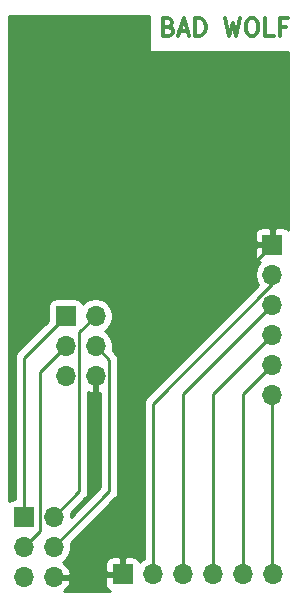
<source format=gbr>
%TF.GenerationSoftware,KiCad,Pcbnew,(5.1.9-16-g1737927814)-1*%
%TF.CreationDate,2021-08-21T22:04:47-05:00*%
%TF.ProjectId,adbuino,61646275-696e-46f2-9e6b-696361645f70,rev?*%
%TF.SameCoordinates,Original*%
%TF.FileFunction,Copper,L1,Top*%
%TF.FilePolarity,Positive*%
%FSLAX46Y46*%
G04 Gerber Fmt 4.6, Leading zero omitted, Abs format (unit mm)*
G04 Created by KiCad (PCBNEW (5.1.9-16-g1737927814)-1) date 2021-08-21 22:04:47*
%MOMM*%
%LPD*%
G01*
G04 APERTURE LIST*
%TA.AperFunction,NonConductor*%
%ADD10C,0.300000*%
%TD*%
%TA.AperFunction,ComponentPad*%
%ADD11O,1.700000X1.700000*%
%TD*%
%TA.AperFunction,ComponentPad*%
%ADD12R,1.700000X1.700000*%
%TD*%
%TA.AperFunction,Conductor*%
%ADD13C,0.250000*%
%TD*%
%TA.AperFunction,Conductor*%
%ADD14C,0.254000*%
%TD*%
%TA.AperFunction,Conductor*%
%ADD15C,0.100000*%
%TD*%
G04 APERTURE END LIST*
D10*
X39192000Y-26562857D02*
X39406285Y-26634285D01*
X39477714Y-26705714D01*
X39549142Y-26848571D01*
X39549142Y-27062857D01*
X39477714Y-27205714D01*
X39406285Y-27277142D01*
X39263428Y-27348571D01*
X38692000Y-27348571D01*
X38692000Y-25848571D01*
X39192000Y-25848571D01*
X39334857Y-25920000D01*
X39406285Y-25991428D01*
X39477714Y-26134285D01*
X39477714Y-26277142D01*
X39406285Y-26420000D01*
X39334857Y-26491428D01*
X39192000Y-26562857D01*
X38692000Y-26562857D01*
X40120571Y-26920000D02*
X40834857Y-26920000D01*
X39977714Y-27348571D02*
X40477714Y-25848571D01*
X40977714Y-27348571D01*
X41477714Y-27348571D02*
X41477714Y-25848571D01*
X41834857Y-25848571D01*
X42049142Y-25920000D01*
X42192000Y-26062857D01*
X42263428Y-26205714D01*
X42334857Y-26491428D01*
X42334857Y-26705714D01*
X42263428Y-26991428D01*
X42192000Y-27134285D01*
X42049142Y-27277142D01*
X41834857Y-27348571D01*
X41477714Y-27348571D01*
X43977714Y-25848571D02*
X44334857Y-27348571D01*
X44620571Y-26277142D01*
X44906285Y-27348571D01*
X45263428Y-25848571D01*
X46120571Y-25848571D02*
X46406285Y-25848571D01*
X46549142Y-25920000D01*
X46692000Y-26062857D01*
X46763428Y-26348571D01*
X46763428Y-26848571D01*
X46692000Y-27134285D01*
X46549142Y-27277142D01*
X46406285Y-27348571D01*
X46120571Y-27348571D01*
X45977714Y-27277142D01*
X45834857Y-27134285D01*
X45763428Y-26848571D01*
X45763428Y-26348571D01*
X45834857Y-26062857D01*
X45977714Y-25920000D01*
X46120571Y-25848571D01*
X48120571Y-27348571D02*
X47406285Y-27348571D01*
X47406285Y-25848571D01*
X49120571Y-26562857D02*
X48620571Y-26562857D01*
X48620571Y-27348571D02*
X48620571Y-25848571D01*
X49334857Y-25848571D01*
D11*
%TO.P,J3,6*%
%TO.N,GND*%
X29464000Y-73152000D03*
%TO.P,J3,5*%
%TO.N,/RESET*%
X26924000Y-73152000D03*
%TO.P,J3,4*%
%TO.N,ATMEGA_SPI_MOSI*%
X29464000Y-70612000D03*
%TO.P,J3,3*%
%TO.N,ATMEGA_SPI_SCLK*%
X26924000Y-70612000D03*
%TO.P,J3,2*%
%TO.N,+3V3*%
X29464000Y-68072000D03*
D12*
%TO.P,J3,1*%
%TO.N,ATMEGA_SPI_MISO*%
X26924000Y-68072000D03*
%TD*%
D11*
%TO.P,J2,6*%
%TO.N,FTDI_DTR*%
X48006000Y-72898000D03*
%TO.P,J2,5*%
%TO.N,FTDI_TXO*%
X45466000Y-72898000D03*
%TO.P,J2,4*%
%TO.N,FTDI_RXI*%
X42926000Y-72898000D03*
%TO.P,J2,3*%
%TO.N,FTDI_PIN_3*%
X40386000Y-72898000D03*
%TO.P,J2,2*%
%TO.N,FTDI_CTS*%
X37846000Y-72898000D03*
D12*
%TO.P,J2,1*%
%TO.N,GND*%
X35306000Y-72898000D03*
%TD*%
D11*
%TO.P,J6,6*%
%TO.N,GND*%
X33020000Y-56134000D03*
%TO.P,J6,5*%
%TO.N,/RESET*%
X30480000Y-56134000D03*
%TO.P,J6,4*%
%TO.N,ATMEGA_SPI_MOSI*%
X33020000Y-53594000D03*
%TO.P,J6,3*%
%TO.N,ATMEGA_SPI_SCLK*%
X30480000Y-53594000D03*
%TO.P,J6,2*%
%TO.N,+3V3*%
X33020000Y-51054000D03*
D12*
%TO.P,J6,1*%
%TO.N,ATMEGA_SPI_MISO*%
X30480000Y-51054000D03*
%TD*%
D11*
%TO.P,J1,6*%
%TO.N,FTDI_DTR*%
X48000000Y-57700000D03*
%TO.P,J1,5*%
%TO.N,FTDI_TXO*%
X48000000Y-55160000D03*
%TO.P,J1,4*%
%TO.N,FTDI_RXI*%
X48000000Y-52620000D03*
%TO.P,J1,3*%
%TO.N,FTDI_PIN_3*%
X48000000Y-50080000D03*
%TO.P,J1,2*%
%TO.N,FTDI_CTS*%
X48000000Y-47540000D03*
D12*
%TO.P,J1,1*%
%TO.N,GND*%
X48000000Y-45000000D03*
%TD*%
D13*
%TO.N,GND*%
X35306000Y-57694000D02*
X48000000Y-45000000D01*
X35306000Y-72898000D02*
X35306000Y-57694000D01*
%TO.N,+3V3*%
X31655001Y-52418999D02*
X33020000Y-51054000D01*
X31655001Y-65880999D02*
X31655001Y-52418999D01*
X29464000Y-68072000D02*
X31655001Y-65880999D01*
%TO.N,FTDI_DTR*%
X48000000Y-72892000D02*
X48006000Y-72898000D01*
X48000000Y-57700000D02*
X48000000Y-72892000D01*
%TO.N,FTDI_TXO*%
X45466000Y-57694000D02*
X48000000Y-55160000D01*
X45466000Y-72898000D02*
X45466000Y-57694000D01*
%TO.N,FTDI_RXI*%
X42926000Y-57694000D02*
X48000000Y-52620000D01*
X42926000Y-72898000D02*
X42926000Y-57694000D01*
%TO.N,ATMEGA_SPI_MOSI*%
X34195001Y-54769001D02*
X33020000Y-53594000D01*
X34195001Y-65880999D02*
X34195001Y-54769001D01*
X29464000Y-70612000D02*
X34195001Y-65880999D01*
%TO.N,ATMEGA_SPI_MISO*%
X26924000Y-54610000D02*
X30480000Y-51054000D01*
X26924000Y-68072000D02*
X26924000Y-54610000D01*
%TO.N,ATMEGA_SPI_SCLK*%
X28288999Y-55785001D02*
X30480000Y-53594000D01*
X28288999Y-69247001D02*
X28288999Y-55785001D01*
X26924000Y-70612000D02*
X28288999Y-69247001D01*
%TO.N,FTDI_PIN_3*%
X40386000Y-57694000D02*
X48000000Y-50080000D01*
X40386000Y-72898000D02*
X40386000Y-57694000D01*
%TO.N,FTDI_CTS*%
X48000000Y-48340998D02*
X48000000Y-47540000D01*
X37846000Y-58494998D02*
X48000000Y-48340998D01*
X37846000Y-72898000D02*
X37846000Y-58494998D01*
%TD*%
D14*
%TO.N,GND*%
X37549857Y-28700000D02*
X49340000Y-28700000D01*
X49340000Y-43746112D01*
X49301185Y-43698815D01*
X49204494Y-43619463D01*
X49094180Y-43560498D01*
X48974482Y-43524188D01*
X48850000Y-43511928D01*
X48285750Y-43515000D01*
X48127000Y-43673750D01*
X48127000Y-44873000D01*
X48147000Y-44873000D01*
X48147000Y-45127000D01*
X48127000Y-45127000D01*
X48127000Y-45147000D01*
X47873000Y-45147000D01*
X47873000Y-45127000D01*
X46673750Y-45127000D01*
X46515000Y-45285750D01*
X46511928Y-45850000D01*
X46524188Y-45974482D01*
X46560498Y-46094180D01*
X46619463Y-46204494D01*
X46698815Y-46301185D01*
X46795506Y-46380537D01*
X46905820Y-46439502D01*
X46978380Y-46461513D01*
X46846525Y-46593368D01*
X46684010Y-46836589D01*
X46572068Y-47106842D01*
X46515000Y-47393740D01*
X46515000Y-47686260D01*
X46572068Y-47973158D01*
X46684010Y-48243411D01*
X46819704Y-48446492D01*
X37334998Y-57931199D01*
X37306000Y-57954997D01*
X37282202Y-57983995D01*
X37282201Y-57983996D01*
X37211026Y-58070722D01*
X37140454Y-58202752D01*
X37110180Y-58302556D01*
X37102167Y-58328974D01*
X37096998Y-58346013D01*
X37082324Y-58494998D01*
X37086001Y-58532330D01*
X37086000Y-71619821D01*
X36899368Y-71744525D01*
X36767513Y-71876380D01*
X36745502Y-71803820D01*
X36686537Y-71693506D01*
X36607185Y-71596815D01*
X36510494Y-71517463D01*
X36400180Y-71458498D01*
X36280482Y-71422188D01*
X36156000Y-71409928D01*
X35591750Y-71413000D01*
X35433000Y-71571750D01*
X35433000Y-72771000D01*
X35453000Y-72771000D01*
X35453000Y-73025000D01*
X35433000Y-73025000D01*
X35433000Y-73045000D01*
X35179000Y-73045000D01*
X35179000Y-73025000D01*
X33979750Y-73025000D01*
X33821000Y-73183750D01*
X33817928Y-73748000D01*
X33830188Y-73872482D01*
X33866498Y-73992180D01*
X33925463Y-74102494D01*
X34004815Y-74199185D01*
X34101506Y-74278537D01*
X34211820Y-74337502D01*
X34220055Y-74340000D01*
X30353318Y-74340000D01*
X30561588Y-74152269D01*
X30735641Y-73918920D01*
X30860825Y-73656099D01*
X30905476Y-73508890D01*
X30784155Y-73279000D01*
X29591000Y-73279000D01*
X29591000Y-73299000D01*
X29337000Y-73299000D01*
X29337000Y-73279000D01*
X29317000Y-73279000D01*
X29317000Y-73025000D01*
X29337000Y-73025000D01*
X29337000Y-73005000D01*
X29591000Y-73005000D01*
X29591000Y-73025000D01*
X30784155Y-73025000D01*
X30905476Y-72795110D01*
X30860825Y-72647901D01*
X30735641Y-72385080D01*
X30561588Y-72151731D01*
X30446509Y-72048000D01*
X33817928Y-72048000D01*
X33821000Y-72612250D01*
X33979750Y-72771000D01*
X35179000Y-72771000D01*
X35179000Y-71571750D01*
X35020250Y-71413000D01*
X34456000Y-71409928D01*
X34331518Y-71422188D01*
X34211820Y-71458498D01*
X34101506Y-71517463D01*
X34004815Y-71596815D01*
X33925463Y-71693506D01*
X33866498Y-71803820D01*
X33830188Y-71923518D01*
X33817928Y-72048000D01*
X30446509Y-72048000D01*
X30345355Y-71956822D01*
X30228466Y-71887195D01*
X30410632Y-71765475D01*
X30617475Y-71558632D01*
X30779990Y-71315411D01*
X30891932Y-71045158D01*
X30949000Y-70758260D01*
X30949000Y-70465740D01*
X30905209Y-70245592D01*
X34706005Y-66444797D01*
X34735002Y-66421000D01*
X34829975Y-66305275D01*
X34900547Y-66173246D01*
X34944004Y-66029985D01*
X34955001Y-65918332D01*
X34955001Y-65918324D01*
X34958677Y-65880999D01*
X34955001Y-65843674D01*
X34955001Y-54806323D01*
X34958677Y-54769000D01*
X34955001Y-54731677D01*
X34955001Y-54731668D01*
X34944004Y-54620015D01*
X34900547Y-54476754D01*
X34829975Y-54344725D01*
X34735002Y-54229000D01*
X34706004Y-54205202D01*
X34461210Y-53960408D01*
X34505000Y-53740260D01*
X34505000Y-53447740D01*
X34447932Y-53160842D01*
X34335990Y-52890589D01*
X34173475Y-52647368D01*
X33966632Y-52440525D01*
X33792240Y-52324000D01*
X33966632Y-52207475D01*
X34173475Y-52000632D01*
X34335990Y-51757411D01*
X34447932Y-51487158D01*
X34505000Y-51200260D01*
X34505000Y-50907740D01*
X34447932Y-50620842D01*
X34335990Y-50350589D01*
X34173475Y-50107368D01*
X33966632Y-49900525D01*
X33723411Y-49738010D01*
X33453158Y-49626068D01*
X33166260Y-49569000D01*
X32873740Y-49569000D01*
X32586842Y-49626068D01*
X32316589Y-49738010D01*
X32073368Y-49900525D01*
X31941513Y-50032380D01*
X31919502Y-49959820D01*
X31860537Y-49849506D01*
X31781185Y-49752815D01*
X31684494Y-49673463D01*
X31574180Y-49614498D01*
X31454482Y-49578188D01*
X31330000Y-49565928D01*
X29630000Y-49565928D01*
X29505518Y-49578188D01*
X29385820Y-49614498D01*
X29275506Y-49673463D01*
X29178815Y-49752815D01*
X29099463Y-49849506D01*
X29040498Y-49959820D01*
X29004188Y-50079518D01*
X28991928Y-50204000D01*
X28991928Y-51467270D01*
X26412998Y-54046201D01*
X26384000Y-54069999D01*
X26360202Y-54098997D01*
X26360201Y-54098998D01*
X26289026Y-54185724D01*
X26218454Y-54317754D01*
X26210273Y-54344725D01*
X26176341Y-54456589D01*
X26174998Y-54461015D01*
X26160324Y-54610000D01*
X26164001Y-54647332D01*
X26164000Y-66583928D01*
X26074000Y-66583928D01*
X25949518Y-66596188D01*
X25829820Y-66632498D01*
X25719506Y-66691463D01*
X25660000Y-66740298D01*
X25660000Y-44150000D01*
X46511928Y-44150000D01*
X46515000Y-44714250D01*
X46673750Y-44873000D01*
X47873000Y-44873000D01*
X47873000Y-43673750D01*
X47714250Y-43515000D01*
X47150000Y-43511928D01*
X47025518Y-43524188D01*
X46905820Y-43560498D01*
X46795506Y-43619463D01*
X46698815Y-43698815D01*
X46619463Y-43795506D01*
X46560498Y-43905820D01*
X46524188Y-44025518D01*
X46511928Y-44150000D01*
X25660000Y-44150000D01*
X25660000Y-25660000D01*
X37549857Y-25660000D01*
X37549857Y-28700000D01*
%TA.AperFunction,Conductor*%
D15*
G36*
X37549857Y-28700000D02*
G01*
X49340000Y-28700000D01*
X49340000Y-43746112D01*
X49301185Y-43698815D01*
X49204494Y-43619463D01*
X49094180Y-43560498D01*
X48974482Y-43524188D01*
X48850000Y-43511928D01*
X48285750Y-43515000D01*
X48127000Y-43673750D01*
X48127000Y-44873000D01*
X48147000Y-44873000D01*
X48147000Y-45127000D01*
X48127000Y-45127000D01*
X48127000Y-45147000D01*
X47873000Y-45147000D01*
X47873000Y-45127000D01*
X46673750Y-45127000D01*
X46515000Y-45285750D01*
X46511928Y-45850000D01*
X46524188Y-45974482D01*
X46560498Y-46094180D01*
X46619463Y-46204494D01*
X46698815Y-46301185D01*
X46795506Y-46380537D01*
X46905820Y-46439502D01*
X46978380Y-46461513D01*
X46846525Y-46593368D01*
X46684010Y-46836589D01*
X46572068Y-47106842D01*
X46515000Y-47393740D01*
X46515000Y-47686260D01*
X46572068Y-47973158D01*
X46684010Y-48243411D01*
X46819704Y-48446492D01*
X37334998Y-57931199D01*
X37306000Y-57954997D01*
X37282202Y-57983995D01*
X37282201Y-57983996D01*
X37211026Y-58070722D01*
X37140454Y-58202752D01*
X37110180Y-58302556D01*
X37102167Y-58328974D01*
X37096998Y-58346013D01*
X37082324Y-58494998D01*
X37086001Y-58532330D01*
X37086000Y-71619821D01*
X36899368Y-71744525D01*
X36767513Y-71876380D01*
X36745502Y-71803820D01*
X36686537Y-71693506D01*
X36607185Y-71596815D01*
X36510494Y-71517463D01*
X36400180Y-71458498D01*
X36280482Y-71422188D01*
X36156000Y-71409928D01*
X35591750Y-71413000D01*
X35433000Y-71571750D01*
X35433000Y-72771000D01*
X35453000Y-72771000D01*
X35453000Y-73025000D01*
X35433000Y-73025000D01*
X35433000Y-73045000D01*
X35179000Y-73045000D01*
X35179000Y-73025000D01*
X33979750Y-73025000D01*
X33821000Y-73183750D01*
X33817928Y-73748000D01*
X33830188Y-73872482D01*
X33866498Y-73992180D01*
X33925463Y-74102494D01*
X34004815Y-74199185D01*
X34101506Y-74278537D01*
X34211820Y-74337502D01*
X34220055Y-74340000D01*
X30353318Y-74340000D01*
X30561588Y-74152269D01*
X30735641Y-73918920D01*
X30860825Y-73656099D01*
X30905476Y-73508890D01*
X30784155Y-73279000D01*
X29591000Y-73279000D01*
X29591000Y-73299000D01*
X29337000Y-73299000D01*
X29337000Y-73279000D01*
X29317000Y-73279000D01*
X29317000Y-73025000D01*
X29337000Y-73025000D01*
X29337000Y-73005000D01*
X29591000Y-73005000D01*
X29591000Y-73025000D01*
X30784155Y-73025000D01*
X30905476Y-72795110D01*
X30860825Y-72647901D01*
X30735641Y-72385080D01*
X30561588Y-72151731D01*
X30446509Y-72048000D01*
X33817928Y-72048000D01*
X33821000Y-72612250D01*
X33979750Y-72771000D01*
X35179000Y-72771000D01*
X35179000Y-71571750D01*
X35020250Y-71413000D01*
X34456000Y-71409928D01*
X34331518Y-71422188D01*
X34211820Y-71458498D01*
X34101506Y-71517463D01*
X34004815Y-71596815D01*
X33925463Y-71693506D01*
X33866498Y-71803820D01*
X33830188Y-71923518D01*
X33817928Y-72048000D01*
X30446509Y-72048000D01*
X30345355Y-71956822D01*
X30228466Y-71887195D01*
X30410632Y-71765475D01*
X30617475Y-71558632D01*
X30779990Y-71315411D01*
X30891932Y-71045158D01*
X30949000Y-70758260D01*
X30949000Y-70465740D01*
X30905209Y-70245592D01*
X34706005Y-66444797D01*
X34735002Y-66421000D01*
X34829975Y-66305275D01*
X34900547Y-66173246D01*
X34944004Y-66029985D01*
X34955001Y-65918332D01*
X34955001Y-65918324D01*
X34958677Y-65880999D01*
X34955001Y-65843674D01*
X34955001Y-54806323D01*
X34958677Y-54769000D01*
X34955001Y-54731677D01*
X34955001Y-54731668D01*
X34944004Y-54620015D01*
X34900547Y-54476754D01*
X34829975Y-54344725D01*
X34735002Y-54229000D01*
X34706004Y-54205202D01*
X34461210Y-53960408D01*
X34505000Y-53740260D01*
X34505000Y-53447740D01*
X34447932Y-53160842D01*
X34335990Y-52890589D01*
X34173475Y-52647368D01*
X33966632Y-52440525D01*
X33792240Y-52324000D01*
X33966632Y-52207475D01*
X34173475Y-52000632D01*
X34335990Y-51757411D01*
X34447932Y-51487158D01*
X34505000Y-51200260D01*
X34505000Y-50907740D01*
X34447932Y-50620842D01*
X34335990Y-50350589D01*
X34173475Y-50107368D01*
X33966632Y-49900525D01*
X33723411Y-49738010D01*
X33453158Y-49626068D01*
X33166260Y-49569000D01*
X32873740Y-49569000D01*
X32586842Y-49626068D01*
X32316589Y-49738010D01*
X32073368Y-49900525D01*
X31941513Y-50032380D01*
X31919502Y-49959820D01*
X31860537Y-49849506D01*
X31781185Y-49752815D01*
X31684494Y-49673463D01*
X31574180Y-49614498D01*
X31454482Y-49578188D01*
X31330000Y-49565928D01*
X29630000Y-49565928D01*
X29505518Y-49578188D01*
X29385820Y-49614498D01*
X29275506Y-49673463D01*
X29178815Y-49752815D01*
X29099463Y-49849506D01*
X29040498Y-49959820D01*
X29004188Y-50079518D01*
X28991928Y-50204000D01*
X28991928Y-51467270D01*
X26412998Y-54046201D01*
X26384000Y-54069999D01*
X26360202Y-54098997D01*
X26360201Y-54098998D01*
X26289026Y-54185724D01*
X26218454Y-54317754D01*
X26210273Y-54344725D01*
X26176341Y-54456589D01*
X26174998Y-54461015D01*
X26160324Y-54610000D01*
X26164001Y-54647332D01*
X26164000Y-66583928D01*
X26074000Y-66583928D01*
X25949518Y-66596188D01*
X25829820Y-66632498D01*
X25719506Y-66691463D01*
X25660000Y-66740298D01*
X25660000Y-44150000D01*
X46511928Y-44150000D01*
X46515000Y-44714250D01*
X46673750Y-44873000D01*
X47873000Y-44873000D01*
X47873000Y-43673750D01*
X47714250Y-43515000D01*
X47150000Y-43511928D01*
X47025518Y-43524188D01*
X46905820Y-43560498D01*
X46795506Y-43619463D01*
X46698815Y-43698815D01*
X46619463Y-43795506D01*
X46560498Y-43905820D01*
X46524188Y-44025518D01*
X46511928Y-44150000D01*
X25660000Y-44150000D01*
X25660000Y-25660000D01*
X37549857Y-25660000D01*
X37549857Y-28700000D01*
G37*
%TD.AperFunction*%
D14*
X33147000Y-56007000D02*
X33167000Y-56007000D01*
X33167000Y-56261000D01*
X33147000Y-56261000D01*
X33147000Y-57454814D01*
X33376891Y-57575481D01*
X33435002Y-57554867D01*
X33435001Y-65566197D01*
X30949000Y-68052199D01*
X30949000Y-67925740D01*
X30905209Y-67705592D01*
X32166005Y-66444797D01*
X32195002Y-66421000D01*
X32289975Y-66305275D01*
X32360547Y-66173246D01*
X32404004Y-66029985D01*
X32415001Y-65918332D01*
X32415001Y-65918323D01*
X32418677Y-65881000D01*
X32415001Y-65843677D01*
X32415001Y-57487470D01*
X32663109Y-57575481D01*
X32893000Y-57454814D01*
X32893000Y-56261000D01*
X32873000Y-56261000D01*
X32873000Y-56007000D01*
X32893000Y-56007000D01*
X32893000Y-55987000D01*
X33147000Y-55987000D01*
X33147000Y-56007000D01*
%TA.AperFunction,Conductor*%
D15*
G36*
X33147000Y-56007000D02*
G01*
X33167000Y-56007000D01*
X33167000Y-56261000D01*
X33147000Y-56261000D01*
X33147000Y-57454814D01*
X33376891Y-57575481D01*
X33435002Y-57554867D01*
X33435001Y-65566197D01*
X30949000Y-68052199D01*
X30949000Y-67925740D01*
X30905209Y-67705592D01*
X32166005Y-66444797D01*
X32195002Y-66421000D01*
X32289975Y-66305275D01*
X32360547Y-66173246D01*
X32404004Y-66029985D01*
X32415001Y-65918332D01*
X32415001Y-65918323D01*
X32418677Y-65881000D01*
X32415001Y-65843677D01*
X32415001Y-57487470D01*
X32663109Y-57575481D01*
X32893000Y-57454814D01*
X32893000Y-56261000D01*
X32873000Y-56261000D01*
X32873000Y-56007000D01*
X32893000Y-56007000D01*
X32893000Y-55987000D01*
X33147000Y-55987000D01*
X33147000Y-56007000D01*
G37*
%TD.AperFunction*%
%TD*%
M02*

</source>
